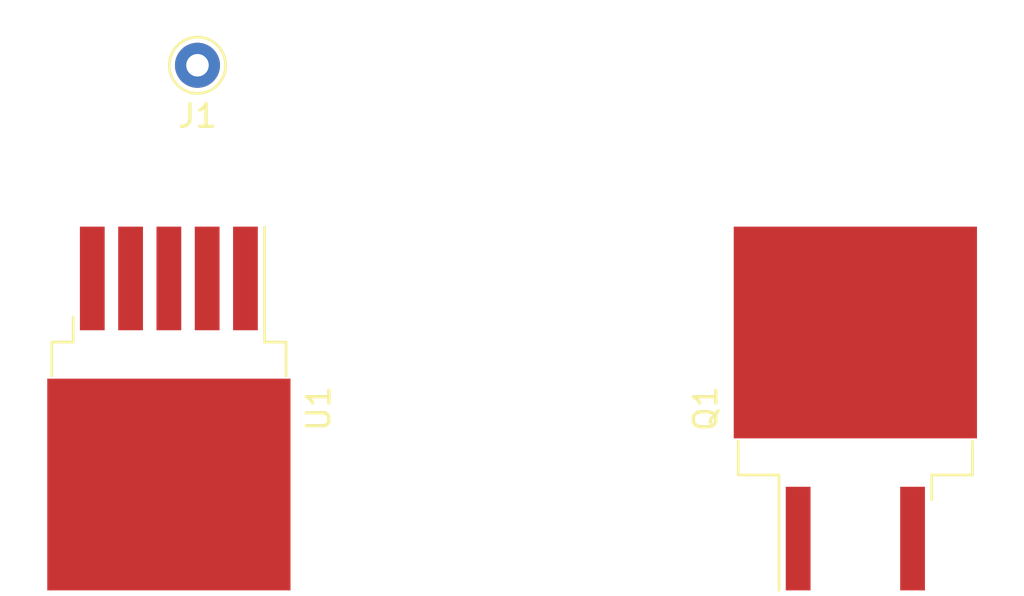
<source format=kicad_pcb>
(kicad_pcb (version 20171130) (host pcbnew 5.1.10)

  (general
    (thickness 1.6)
    (drawings 0)
    (tracks 0)
    (zones 0)
    (modules 3)
    (nets 9)
  )

  (page A4)
  (layers
    (0 F.Cu signal)
    (31 B.Cu signal)
    (32 B.Adhes user)
    (33 F.Adhes user)
    (34 B.Paste user)
    (35 F.Paste user)
    (36 B.SilkS user)
    (37 F.SilkS user)
    (38 B.Mask user)
    (39 F.Mask user)
    (40 Dwgs.User user)
    (41 Cmts.User user)
    (42 Eco1.User user)
    (43 Eco2.User user)
    (44 Edge.Cuts user)
    (45 Margin user)
    (46 B.CrtYd user)
    (47 F.CrtYd user)
    (48 B.Fab user)
    (49 F.Fab user)
  )

  (setup
    (last_trace_width 0.25)
    (trace_clearance 0.2)
    (zone_clearance 0.508)
    (zone_45_only no)
    (trace_min 0.2)
    (via_size 0.8)
    (via_drill 0.4)
    (via_min_size 0.4)
    (via_min_drill 0.3)
    (uvia_size 0.3)
    (uvia_drill 0.1)
    (uvias_allowed no)
    (uvia_min_size 0.2)
    (uvia_min_drill 0.1)
    (edge_width 0.05)
    (segment_width 0.2)
    (pcb_text_width 0.3)
    (pcb_text_size 1.5 1.5)
    (mod_edge_width 0.12)
    (mod_text_size 1 1)
    (mod_text_width 0.15)
    (pad_size 1.524 1.524)
    (pad_drill 0.762)
    (pad_to_mask_clearance 0)
    (aux_axis_origin 0 0)
    (visible_elements FFFFFF7F)
    (pcbplotparams
      (layerselection 0x010fc_ffffffff)
      (usegerberextensions false)
      (usegerberattributes true)
      (usegerberadvancedattributes true)
      (creategerberjobfile true)
      (excludeedgelayer true)
      (linewidth 0.100000)
      (plotframeref false)
      (viasonmask false)
      (mode 1)
      (useauxorigin false)
      (hpglpennumber 1)
      (hpglpenspeed 20)
      (hpglpendiameter 15.000000)
      (psnegative false)
      (psa4output false)
      (plotreference true)
      (plotvalue true)
      (plotinvisibletext false)
      (padsonsilk false)
      (subtractmaskfromsilk false)
      (outputformat 1)
      (mirror false)
      (drillshape 1)
      (scaleselection 1)
      (outputdirectory ""))
  )

  (net 0 "")
  (net 1 "Net-(J1-Pad1)")
  (net 2 "Net-(U1-Pad3)")
  (net 3 "Net-(U1-Pad5)")
  (net 4 "Net-(U1-Pad4)")
  (net 5 "Net-(U1-Pad1)")
  (net 6 "Net-(Q1-Pad1)")
  (net 7 "Net-(Q1-Pad3)")
  (net 8 "Net-(Q1-Pad2)")

  (net_class Default "This is the default net class."
    (clearance 0.2)
    (trace_width 0.25)
    (via_dia 0.8)
    (via_drill 0.4)
    (uvia_dia 0.3)
    (uvia_drill 0.1)
    (add_net "Net-(J1-Pad1)")
    (add_net "Net-(Q1-Pad1)")
    (add_net "Net-(Q1-Pad2)")
    (add_net "Net-(Q1-Pad3)")
    (add_net "Net-(U1-Pad1)")
    (add_net "Net-(U1-Pad3)")
    (add_net "Net-(U1-Pad4)")
    (add_net "Net-(U1-Pad5)")
  )

  (module Package_TO_SOT_SMD:TO-263-5_TabPin3 (layer F.Cu) (tedit 5A70FBB6) (tstamp 609C48B3)
    (at 118.11 30.48 270)
    (descr "TO-263 / D2PAK / DDPAK SMD package, http://www.infineon.com/cms/en/product/packages/PG-TO263/PG-TO263-5-1/")
    (tags "D2PAK DDPAK TO-263 D2PAK-5 TO-263-5 SOT-426")
    (path /609BE1DC)
    (attr smd)
    (fp_text reference U1 (at 0 -6.65 90) (layer F.SilkS)
      (effects (font (size 1 1) (thickness 0.15)))
    )
    (fp_text value LM2575-5.0BT (at 0 6.65 90) (layer F.Fab)
      (effects (font (size 1 1) (thickness 0.15)))
    )
    (fp_line (start 8.32 -5.65) (end -8.32 -5.65) (layer F.CrtYd) (width 0.05))
    (fp_line (start 8.32 5.65) (end 8.32 -5.65) (layer F.CrtYd) (width 0.05))
    (fp_line (start -8.32 5.65) (end 8.32 5.65) (layer F.CrtYd) (width 0.05))
    (fp_line (start -8.32 -5.65) (end -8.32 5.65) (layer F.CrtYd) (width 0.05))
    (fp_line (start -2.95 4.25) (end -4.05 4.25) (layer F.SilkS) (width 0.12))
    (fp_line (start -2.95 5.2) (end -2.95 4.25) (layer F.SilkS) (width 0.12))
    (fp_line (start -1.45 5.2) (end -2.95 5.2) (layer F.SilkS) (width 0.12))
    (fp_line (start -2.95 -4.25) (end -8.075 -4.25) (layer F.SilkS) (width 0.12))
    (fp_line (start -2.95 -5.2) (end -2.95 -4.25) (layer F.SilkS) (width 0.12))
    (fp_line (start -1.45 -5.2) (end -2.95 -5.2) (layer F.SilkS) (width 0.12))
    (fp_line (start -7.45 3.8) (end -2.75 3.8) (layer F.Fab) (width 0.1))
    (fp_line (start -7.45 3) (end -7.45 3.8) (layer F.Fab) (width 0.1))
    (fp_line (start -2.75 3) (end -7.45 3) (layer F.Fab) (width 0.1))
    (fp_line (start -7.45 2.1) (end -2.75 2.1) (layer F.Fab) (width 0.1))
    (fp_line (start -7.45 1.3) (end -7.45 2.1) (layer F.Fab) (width 0.1))
    (fp_line (start -2.75 1.3) (end -7.45 1.3) (layer F.Fab) (width 0.1))
    (fp_line (start -7.45 0.4) (end -2.75 0.4) (layer F.Fab) (width 0.1))
    (fp_line (start -7.45 -0.4) (end -7.45 0.4) (layer F.Fab) (width 0.1))
    (fp_line (start -2.75 -0.4) (end -7.45 -0.4) (layer F.Fab) (width 0.1))
    (fp_line (start -7.45 -1.3) (end -2.75 -1.3) (layer F.Fab) (width 0.1))
    (fp_line (start -7.45 -2.1) (end -7.45 -1.3) (layer F.Fab) (width 0.1))
    (fp_line (start -2.75 -2.1) (end -7.45 -2.1) (layer F.Fab) (width 0.1))
    (fp_line (start -7.45 -3) (end -2.75 -3) (layer F.Fab) (width 0.1))
    (fp_line (start -7.45 -3.8) (end -7.45 -3) (layer F.Fab) (width 0.1))
    (fp_line (start -2.75 -3.8) (end -7.45 -3.8) (layer F.Fab) (width 0.1))
    (fp_line (start -1.75 -5) (end 6.5 -5) (layer F.Fab) (width 0.1))
    (fp_line (start -2.75 -4) (end -1.75 -5) (layer F.Fab) (width 0.1))
    (fp_line (start -2.75 5) (end -2.75 -4) (layer F.Fab) (width 0.1))
    (fp_line (start 6.5 5) (end -2.75 5) (layer F.Fab) (width 0.1))
    (fp_line (start 6.5 -5) (end 6.5 5) (layer F.Fab) (width 0.1))
    (fp_line (start 7.5 5) (end 6.5 5) (layer F.Fab) (width 0.1))
    (fp_line (start 7.5 -5) (end 7.5 5) (layer F.Fab) (width 0.1))
    (fp_line (start 6.5 -5) (end 7.5 -5) (layer F.Fab) (width 0.1))
    (fp_text user %R (at 0 0 90) (layer F.Fab)
      (effects (font (size 1 1) (thickness 0.15)))
    )
    (pad "" smd rect (at 0.95 2.775 270) (size 4.55 5.25) (layers F.Paste))
    (pad "" smd rect (at 5.8 -2.775 270) (size 4.55 5.25) (layers F.Paste))
    (pad "" smd rect (at 0.95 -2.775 270) (size 4.55 5.25) (layers F.Paste))
    (pad "" smd rect (at 5.8 2.775 270) (size 4.55 5.25) (layers F.Paste))
    (pad 3 smd rect (at 3.375 0 270) (size 9.4 10.8) (layers F.Cu F.Mask)
      (net 2 "Net-(U1-Pad3)"))
    (pad 5 smd rect (at -5.775 3.4 270) (size 4.6 1.1) (layers F.Cu F.Paste F.Mask)
      (net 3 "Net-(U1-Pad5)"))
    (pad 4 smd rect (at -5.775 1.7 270) (size 4.6 1.1) (layers F.Cu F.Paste F.Mask)
      (net 4 "Net-(U1-Pad4)"))
    (pad 3 smd rect (at -5.775 0 270) (size 4.6 1.1) (layers F.Cu F.Paste F.Mask)
      (net 2 "Net-(U1-Pad3)"))
    (pad 2 smd rect (at -5.775 -1.7 270) (size 4.6 1.1) (layers F.Cu F.Paste F.Mask)
      (net 1 "Net-(J1-Pad1)"))
    (pad 1 smd rect (at -5.775 -3.4 270) (size 4.6 1.1) (layers F.Cu F.Paste F.Mask)
      (net 5 "Net-(U1-Pad1)"))
    (model ${KISYS3DMOD}/Package_TO_SOT_SMD.3dshapes/TO-263-5_TabPin3.wrl
      (at (xyz 0 0 0))
      (scale (xyz 1 1 1))
      (rotate (xyz 0 0 0))
    )
  )

  (module Connector_Pin:Pin_D1.0mm_L10.0mm (layer F.Cu) (tedit 5A1DC084) (tstamp 609C4883)
    (at 119.38 15.24)
    (descr "solder Pin_ diameter 1.0mm, hole diameter 1.0mm (press fit), length 10.0mm")
    (tags "solder Pin_ press fit")
    (path /609BF151)
    (fp_text reference J1 (at 0 2.25) (layer F.SilkS)
      (effects (font (size 1 1) (thickness 0.15)))
    )
    (fp_text value Conn_01x01_Female (at 0 -2.05) (layer F.Fab)
      (effects (font (size 1 1) (thickness 0.15)))
    )
    (fp_circle (center 0 0) (end 1.25 0.05) (layer F.SilkS) (width 0.12))
    (fp_circle (center 0 0) (end 1 0) (layer F.Fab) (width 0.12))
    (fp_circle (center 0 0) (end 0.5 0) (layer F.Fab) (width 0.12))
    (fp_circle (center 0 0) (end 1.5 0) (layer F.CrtYd) (width 0.05))
    (fp_text user %R (at 0 2.25) (layer F.Fab)
      (effects (font (size 1 1) (thickness 0.15)))
    )
    (pad 1 thru_hole circle (at 0 0) (size 2 2) (drill 1) (layers *.Cu *.Mask)
      (net 1 "Net-(J1-Pad1)"))
    (model ${KISYS3DMOD}/Connector_Pin.3dshapes/Pin_D1.0mm_L10.0mm.wrl
      (at (xyz 0 0 0))
      (scale (xyz 1 1 1))
      (rotate (xyz 0 0 0))
    )
  )

  (module Package_TO_SOT_SMD:TO-263-2 (layer F.Cu) (tedit 5A70FB7B) (tstamp 609C4BFD)
    (at 148.59 30.48 90)
    (descr "TO-263 / D2PAK / DDPAK SMD package, http://www.infineon.com/cms/en/product/packages/PG-TO263/PG-TO263-3-1/")
    (tags "D2PAK DDPAK TO-263 D2PAK-3 TO-263-3 SOT-404")
    (path /609C1A30)
    (attr smd)
    (fp_text reference Q1 (at 0 -6.65 90) (layer F.SilkS)
      (effects (font (size 1 1) (thickness 0.15)))
    )
    (fp_text value IRFS4310Z (at 0 6.65 90) (layer F.Fab)
      (effects (font (size 1 1) (thickness 0.15)))
    )
    (fp_line (start 8.32 -5.65) (end -8.32 -5.65) (layer F.CrtYd) (width 0.05))
    (fp_line (start 8.32 5.65) (end 8.32 -5.65) (layer F.CrtYd) (width 0.05))
    (fp_line (start -8.32 5.65) (end 8.32 5.65) (layer F.CrtYd) (width 0.05))
    (fp_line (start -8.32 -5.65) (end -8.32 5.65) (layer F.CrtYd) (width 0.05))
    (fp_line (start -2.95 3.39) (end -4.05 3.39) (layer F.SilkS) (width 0.12))
    (fp_line (start -2.95 5.2) (end -2.95 3.39) (layer F.SilkS) (width 0.12))
    (fp_line (start -1.45 5.2) (end -2.95 5.2) (layer F.SilkS) (width 0.12))
    (fp_line (start -2.95 -3.39) (end -8.075 -3.39) (layer F.SilkS) (width 0.12))
    (fp_line (start -2.95 -5.2) (end -2.95 -3.39) (layer F.SilkS) (width 0.12))
    (fp_line (start -1.45 -5.2) (end -2.95 -5.2) (layer F.SilkS) (width 0.12))
    (fp_line (start -7.45 3.04) (end -2.75 3.04) (layer F.Fab) (width 0.1))
    (fp_line (start -7.45 2.04) (end -7.45 3.04) (layer F.Fab) (width 0.1))
    (fp_line (start -2.75 2.04) (end -7.45 2.04) (layer F.Fab) (width 0.1))
    (fp_line (start -7.45 -2.04) (end -2.75 -2.04) (layer F.Fab) (width 0.1))
    (fp_line (start -7.45 -3.04) (end -7.45 -2.04) (layer F.Fab) (width 0.1))
    (fp_line (start -2.75 -3.04) (end -7.45 -3.04) (layer F.Fab) (width 0.1))
    (fp_line (start -1.75 -5) (end 6.5 -5) (layer F.Fab) (width 0.1))
    (fp_line (start -2.75 -4) (end -1.75 -5) (layer F.Fab) (width 0.1))
    (fp_line (start -2.75 5) (end -2.75 -4) (layer F.Fab) (width 0.1))
    (fp_line (start 6.5 5) (end -2.75 5) (layer F.Fab) (width 0.1))
    (fp_line (start 6.5 -5) (end 6.5 5) (layer F.Fab) (width 0.1))
    (fp_line (start 7.5 5) (end 6.5 5) (layer F.Fab) (width 0.1))
    (fp_line (start 7.5 -5) (end 7.5 5) (layer F.Fab) (width 0.1))
    (fp_line (start 6.5 -5) (end 7.5 -5) (layer F.Fab) (width 0.1))
    (fp_text user %R (at 0 0 90) (layer F.Fab)
      (effects (font (size 1 1) (thickness 0.15)))
    )
    (pad 1 smd rect (at -5.775 -2.54 90) (size 4.6 1.1) (layers F.Cu F.Paste F.Mask)
      (net 6 "Net-(Q1-Pad1)"))
    (pad 3 smd rect (at -5.775 2.54 90) (size 4.6 1.1) (layers F.Cu F.Paste F.Mask)
      (net 7 "Net-(Q1-Pad3)"))
    (pad 2 smd rect (at 3.375 0 90) (size 9.4 10.8) (layers F.Cu F.Mask)
      (net 8 "Net-(Q1-Pad2)"))
    (pad "" smd rect (at 5.8 2.775 90) (size 4.55 5.25) (layers F.Paste))
    (pad "" smd rect (at 0.95 -2.775 90) (size 4.55 5.25) (layers F.Paste))
    (pad "" smd rect (at 5.8 -2.775 90) (size 4.55 5.25) (layers F.Paste))
    (pad "" smd rect (at 0.95 2.775 90) (size 4.55 5.25) (layers F.Paste))
    (model ${KISYS3DMOD}/Package_TO_SOT_SMD.3dshapes/TO-263-2.wrl
      (at (xyz 0 0 0))
      (scale (xyz 1 1 1))
      (rotate (xyz 0 0 0))
    )
  )

)

</source>
